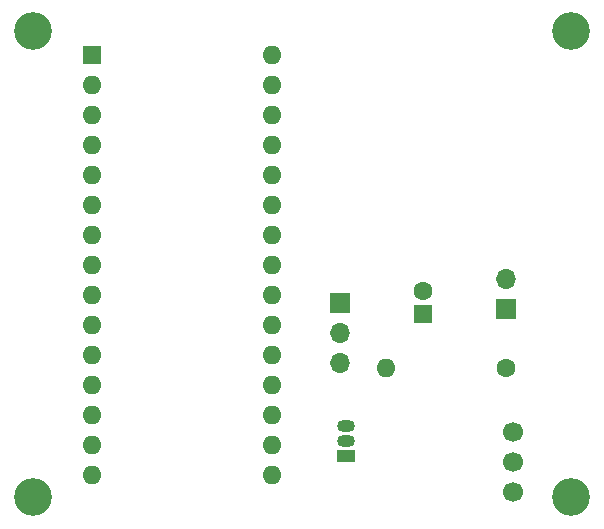
<source format=gbs>
%TF.GenerationSoftware,KiCad,Pcbnew,(5.1.10)-1*%
%TF.CreationDate,2021-11-22T17:18:02+01:00*%
%TF.ProjectId,termostat,7465726d-6f73-4746-9174-2e6b69636164,rev?*%
%TF.SameCoordinates,Original*%
%TF.FileFunction,Soldermask,Bot*%
%TF.FilePolarity,Negative*%
%FSLAX46Y46*%
G04 Gerber Fmt 4.6, Leading zero omitted, Abs format (unit mm)*
G04 Created by KiCad (PCBNEW (5.1.10)-1) date 2021-11-22 17:18:02*
%MOMM*%
%LPD*%
G01*
G04 APERTURE LIST*
%ADD10C,3.200000*%
%ADD11C,1.700000*%
%ADD12O,1.700000X1.700000*%
%ADD13R,1.700000X1.700000*%
%ADD14O,1.600000X1.600000*%
%ADD15R,1.600000X1.600000*%
%ADD16R,1.500000X1.050000*%
%ADD17O,1.500000X1.050000*%
%ADD18C,1.600000*%
G04 APERTURE END LIST*
D10*
X170500000Y-116000000D03*
X170500000Y-76500000D03*
X125000000Y-116000000D03*
X125000000Y-76500000D03*
D11*
X165630000Y-110460000D03*
X165630000Y-113000000D03*
X165630000Y-115540000D03*
D12*
X151000000Y-104580000D03*
X151000000Y-102040000D03*
D13*
X151000000Y-99500000D03*
D14*
X145240000Y-114060000D03*
X130000000Y-114060000D03*
X145240000Y-78500000D03*
X130000000Y-111520000D03*
X145240000Y-81040000D03*
X130000000Y-108980000D03*
X145240000Y-83580000D03*
X130000000Y-106440000D03*
X145240000Y-86120000D03*
X130000000Y-103900000D03*
X145240000Y-88660000D03*
X130000000Y-101360000D03*
X145240000Y-91200000D03*
X130000000Y-98820000D03*
X145240000Y-93740000D03*
X130000000Y-96280000D03*
X145240000Y-96280000D03*
X130000000Y-93740000D03*
X145240000Y-98820000D03*
X130000000Y-91200000D03*
X145240000Y-101360000D03*
X130000000Y-88660000D03*
X145240000Y-103900000D03*
X130000000Y-86120000D03*
X145240000Y-106440000D03*
X130000000Y-83580000D03*
X145240000Y-108980000D03*
X130000000Y-81040000D03*
X145240000Y-111520000D03*
D15*
X130000000Y-78500000D03*
D16*
X151500000Y-112500000D03*
D17*
X151500000Y-109960000D03*
X151500000Y-111230000D03*
D14*
X154840000Y-105000000D03*
D18*
X165000000Y-105000000D03*
D12*
X165000000Y-97460000D03*
D13*
X165000000Y-100000000D03*
D18*
X158000000Y-98500000D03*
D15*
X158000000Y-100500000D03*
M02*

</source>
